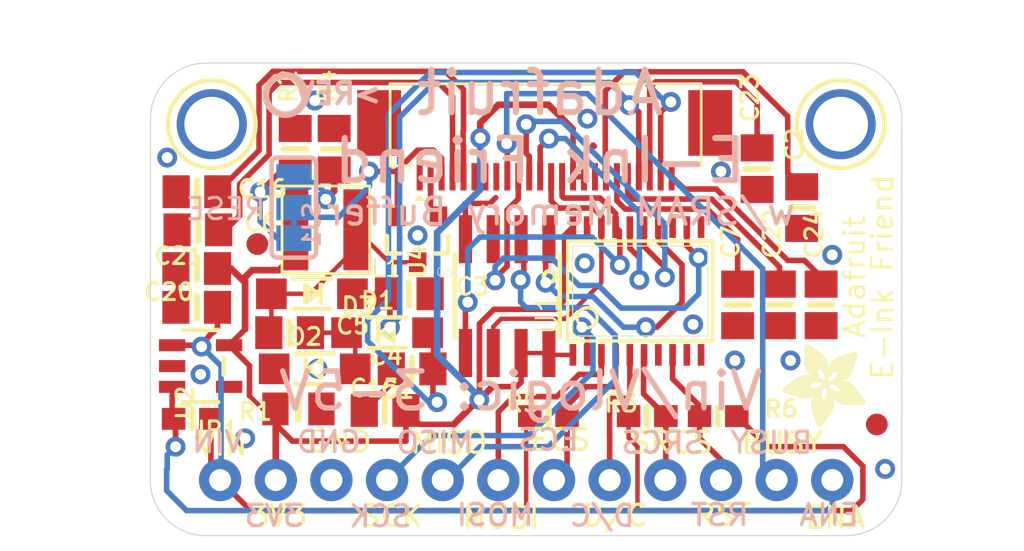
<source format=kicad_pcb>
(kicad_pcb (version 20171130) (host pcbnew 5.1.6-c6e7f7d~87~ubuntu18.04.1)
  (layers (0 Top signal) (31 Bottom signal) (34 B.Paste user) (35 F.Paste user) (36 B.SilkS user) (37 F.SilkS user) (38 B.Mask user) (39 F.Mask user) (44 Edge.Cuts user))
  (net 0 "")
  (net 1 GND)
  (net 2 3.3V)
  (net 3 VIN)
  (net 4 "Net-(C16-Pad2)")
  (net 5 "Net-(U2-Pad4)")
  (net 6 /ENABLE)
  (net 7 /MOSI_3V)
  (net 8 /SCLK_3V)
  (net 9 "Net-(U4-Pad3)")
  (net 10 /SRAMCS_3V)
  (net 11 /MISO)
  (net 12 /SRAMCS)
  (net 13 "Net-(C2-Pad2)")
  (net 14 "Net-(C22-Pad2)")
  (net 15 "Net-(C23-Pad2)")
  (net 16 "Net-(C24-Pad2)")
  (net 17 /VGH)
  (net 18 /VGL)
  (net 19 "Net-(C5-Pad2)")
  (net 20 "Net-(C5-Pad1)")
  (net 21 "Net-(R4-Pad1)")
  (net 22 /RESE)
  (net 23 /GDR)
  (net 24 /DISPCS)
  (net 25 /RESET)
  (net 26 "Net-(C6-Pad2)")
  (net 27 "Net-(C7-Pad2)")
  (net 28 /DISPCS_3V)
  (net 29 /DC_3V)
  (net 30 "Net-(U1-Pad13)")
  (net 31 /RESET_3V)
  (net 32 "Net-(U1-Pad11)")
  (net 33 "Net-(U1-Pad9)")
  (net 34 "Net-(U1-Pad7)")
  (net 35 /DC)
  (net 36 /MOSI)
  (net 37 /SCLK)
  (net 38 /BUSY)
  (net 39 /TSDA)
  (net 40 /TSCL)
  (module "Adafruit eInk Breakout Friend:MOUNTINGHOLE_2.5_PLATED" (layer Top) (at 162.857223 97.0026)
    (fp_text reference U$3 hide)
    (fp_text value MOUNTINGHOLE2.5 hide)
    (pad P$1 thru_hole circle (at 0 0) (size 3.2 3.2) (drill 2.5) (layers *.Cu *.Mask))
  )
  (module "Adafruit eInk Breakout Friend:MOUNTINGHOLE_2.5_PLATED" (layer Top) (at 134.155223 97.0026)
    (fp_text reference U$4 hide)
    (fp_text value MOUNTINGHOLE2.5 hide)
    (pad P$1 thru_hole circle (at 0 0) (size 3.2 3.2) (drill 2.5) (layers *.Cu *.Mask))
  )
  (module "Adafruit eInk Breakout Friend:FIDUCIAL_1MM" (layer Top) (at 136.235223 102.4786 180)
    (fp_text reference FID2 hide)
    (fp_text value FIDUCIAL_1MM hide)
    (pad 1 smd roundrect (at 0 0 180) (size 1 1) (layers Top F.Mask) (roundrect_rratio 0.5))
  )
  (module "Adafruit eInk Breakout Friend:0805-NO" (layer Top) (at 142.068223 110.0796)
    (fp_text reference C15 (at -1.694 -0.5635) (layer F.SilkS) (effects (font (size 0.77216 0.77216) (thickness 0.138988)) (justify left bottom)))
    (fp_text value 10uF)
    (pad 2 smd rect (at 0.95 0) (size 1.24 1.5) (layers Top F.Paste F.Mask) (net 2 3.3V))
    (pad 1 smd rect (at -0.95 0) (size 1.24 1.5) (layers Top F.Paste F.Mask) (net 1 GND))
  )
  (module "Adafruit eInk Breakout Friend:0805-NO" (layer Top) (at 133.481223 100.0866)
    (fp_text reference C16 (at 1.778 0.3175) (layer F.SilkS) (effects (font (size 0.77216 0.77216) (thickness 0.138988)) (justify left bottom)))
    (fp_text value 1uF)
    (pad 2 smd rect (at 0.95 0) (size 1.24 1.5) (layers Top F.Paste F.Mask) (net 4 "Net-(C16-Pad2)"))
    (pad 1 smd rect (at -0.95 0) (size 1.24 1.5) (layers Top F.Paste F.Mask) (net 1 GND))
  )
  (module "Adafruit eInk Breakout Friend:SOT23-5" (layer Top) (at 133.647223 108.0516 270)
    (fp_text reference U2 (at 2.54 0.254 90) (layer F.SilkS) (effects (font (size 0.77216 0.77216) (thickness 0.138988)) (justify left bottom)))
    (fp_text value AP2112K-3.3)
    (pad 5 smd rect (at -0.95 -1.3001 270) (size 0.55 1.2) (layers Top F.Paste F.Mask) (net 2 3.3V))
    (pad 4 smd rect (at 0.95 -1.3001 270) (size 0.55 1.2) (layers Top F.Paste F.Mask) (net 5 "Net-(U2-Pad4)"))
    (pad 3 smd rect (at 0.95 1.3001 270) (size 0.55 1.2) (layers Top F.Paste F.Mask) (net 6 /ENABLE))
    (pad 2 smd rect (at 0 1.3001 270) (size 0.55 1.2) (layers Top F.Paste F.Mask) (net 1 GND))
    (pad 1 smd rect (at -0.95 1.3001 270) (size 0.55 1.2) (layers Top F.Paste F.Mask) (net 3 VIN))
  )
  (module "Adafruit eInk Breakout Friend:0805-NO" (layer Top) (at 133.468223 105.3676 180)
    (fp_text reference C20 (at 2.4765 0.254) (layer F.SilkS) (effects (font (size 0.77216 0.77216) (thickness 0.138988)) (justify left bottom)))
    (fp_text value 10µF)
    (pad 2 smd rect (at 0.95 0 180) (size 1.24 1.5) (layers Top F.Paste F.Mask) (net 1 GND))
    (pad 1 smd rect (at -0.95 0 180) (size 1.24 1.5) (layers Top F.Paste F.Mask) (net 3 VIN))
  )
  (module "Adafruit eInk Breakout Friend:0805-NO" (layer Top) (at 133.468223 103.5966 180)
    (fp_text reference C21 (at 2.032 0.127) (layer F.SilkS) (effects (font (size 0.77216 0.77216) (thickness 0.138988)) (justify left bottom)))
    (fp_text value 10µF)
    (pad 2 smd rect (at 0.95 0 180) (size 1.24 1.5) (layers Top F.Paste F.Mask) (net 1 GND))
    (pad 1 smd rect (at -0.95 0 180) (size 1.24 1.5) (layers Top F.Paste F.Mask) (net 2 3.3V))
  )
  (module "Adafruit eInk Breakout Friend:SOIC8_150MIL" (layer Top) (at 147.638223 104.8566 180)
    (fp_text reference U4 (at 3.643 0.717 90) (layer F.SilkS) (effects (font (size 0.77216 0.77216) (thickness 0.138988)) (justify left bottom)))
    (fp_text value 23K256-I/SN)
    (pad 5 smd rect (at 1.905 -2.6 180) (size 0.6 2.2) (layers Top F.Paste F.Mask) (net 7 /MOSI_3V))
    (pad 6 smd rect (at 0.635 -2.6 180) (size 0.6 2.2) (layers Top F.Paste F.Mask) (net 8 /SCLK_3V))
    (pad 8 smd rect (at -1.905 -2.6 180) (size 0.6 2.2) (layers Top F.Paste F.Mask) (net 2 3.3V))
    (pad 4 smd rect (at 1.905 2.6 180) (size 0.6 2.2) (layers Top F.Paste F.Mask) (net 1 GND))
    (pad 3 smd rect (at 0.635 2.6 180) (size 0.6 2.2) (layers Top F.Paste F.Mask) (net 9 "Net-(U4-Pad3)"))
    (pad 1 smd rect (at -1.905 2.6 180) (size 0.6 2.2) (layers Top F.Paste F.Mask) (net 10 /SRAMCS_3V))
    (pad 7 smd rect (at -0.635 -2.6 180) (size 0.6 2.2) (layers Top F.Paste F.Mask) (net 2 3.3V))
    (pad 2 smd rect (at -0.635 2.6 180) (size 0.6 2.2) (layers Top F.Paste F.Mask) (net 11 /MISO))
  )
  (module "Adafruit eInk Breakout Friend:0805_10MGAP" (layer Top) (at 138.112223 110.0086)
    (fp_text reference C1 (at 3.678 -0.4215) (layer F.SilkS) (effects (font (size 0.77216 0.77216) (thickness 0.138988)) (justify left bottom)))
    (fp_text value 1uF)
    (pad 2 smd rect (at 1.05 0) (size 1.2 1.5) (layers Top F.Paste F.Mask) (net 1 GND))
    (pad 1 smd rect (at -1.05 0) (size 1.2 1.5) (layers Top F.Paste F.Mask) (net 2 3.3V))
  )
  (module "Adafruit eInk Breakout Friend:FIDUCIAL_1MM" (layer Top) (at 164.508223 110.7186)
    (fp_text reference FID3 hide)
    (fp_text value FIDUCIAL_1MM hide)
    (pad 1 smd roundrect (at 0 0) (size 1 1) (layers Top F.Mask) (roundrect_rratio 0.5))
  )
  (module "Adafruit eInk Breakout Friend:0603-NO" (layer Top) (at 154.030723 110.3376 180)
    (fp_text reference R3 (at 2.032 0.127) (layer F.SilkS) (effects (font (size 0.77216 0.77216) (thickness 0.138988)) (justify left bottom)))
    (fp_text value 100K)
    (pad 2 smd rect (at 0.85 0 180) (size 1.075 1) (layers Top F.Paste F.Mask) (net 3 VIN))
    (pad 1 smd rect (at -0.85 0 180) (size 1.075 1) (layers Top F.Paste F.Mask) (net 12 /SRAMCS))
  )
  (module "Adafruit eInk Breakout Friend:PCBFEAT-REV-040" (layer Bottom) (at 137.520723 95.6691 180)
    (fp_text reference U$9 hide)
    (fp_text value "" hide)
    (fp_text user >REV (at -0.3556 -0.508 180) (layer B.SilkS) (effects (font (size 0.9652 0.9652) (thickness 0.2032)) (justify right bottom mirror)))
  )
  (module "Adafruit eInk Breakout Friend:0805-NO" (layer Top) (at 161.079223 100.8126 90)
    (fp_text reference C2 (at 2.032 0.127 90) (layer F.SilkS) (effects (font (size 0.77216 0.77216) (thickness 0.138988)) (justify left bottom)))
    (fp_text value 1uF)
    (pad 2 smd rect (at 0.95 0 90) (size 1.24 1.5) (layers Top F.Paste F.Mask) (net 13 "Net-(C2-Pad2)"))
    (pad 1 smd rect (at -0.95 0 90) (size 1.24 1.5) (layers Top F.Paste F.Mask) (net 1 GND))
  )
  (module "Adafruit eInk Breakout Friend:0805-NO" (layer Top) (at 160.063223 105.2576 90)
    (fp_text reference C22 (at 2.032 0.127 90) (layer F.SilkS) (effects (font (size 0.77216 0.77216) (thickness 0.138988)) (justify left bottom)))
    (fp_text value 1uF)
    (pad 2 smd rect (at 0.95 0 90) (size 1.24 1.5) (layers Top F.Paste F.Mask) (net 14 "Net-(C22-Pad2)"))
    (pad 1 smd rect (at -0.95 0 90) (size 1.24 1.5) (layers Top F.Paste F.Mask) (net 1 GND))
  )
  (module "Adafruit eInk Breakout Friend:0805-NO" (layer Top) (at 159.047223 99.0346 90)
    (fp_text reference C23 (at 2.032 0.127 90) (layer F.SilkS) (effects (font (size 0.77216 0.77216) (thickness 0.138988)) (justify left bottom)))
    (fp_text value 1uF)
    (pad 2 smd rect (at 0.95 0 90) (size 1.24 1.5) (layers Top F.Paste F.Mask) (net 15 "Net-(C23-Pad2)"))
    (pad 1 smd rect (at -0.95 0 90) (size 1.24 1.5) (layers Top F.Paste F.Mask) (net 1 GND))
  )
  (module "Adafruit eInk Breakout Friend:0805-NO" (layer Top) (at 161.968223 105.2576 90)
    (fp_text reference C24 (at 2.032 0.127 90) (layer F.SilkS) (effects (font (size 0.77216 0.77216) (thickness 0.138988)) (justify left bottom)))
    (fp_text value 1uF)
    (pad 2 smd rect (at 0.95 0 90) (size 1.24 1.5) (layers Top F.Paste F.Mask) (net 16 "Net-(C24-Pad2)"))
    (pad 1 smd rect (at -0.95 0 90) (size 1.24 1.5) (layers Top F.Paste F.Mask) (net 1 GND))
  )
  (module "Adafruit eInk Breakout Friend:0805-NO" (layer Top) (at 143.172223 104.7496)
    (fp_text reference C3 (at 2.032 0.127) (layer F.SilkS) (effects (font (size 0.77216 0.77216) (thickness 0.138988)) (justify left bottom)))
    (fp_text value 1uF)
    (pad 2 smd rect (at 0.95 0) (size 1.24 1.5) (layers Top F.Paste F.Mask) (net 1 GND))
    (pad 1 smd rect (at -0.95 0) (size 1.24 1.5) (layers Top F.Paste F.Mask) (net 17 /VGH))
  )
  (module "Adafruit eInk Breakout Friend:0805-NO" (layer Top) (at 143.299223 108.1786 180)
    (fp_text reference C4 (at 2.032 0.127) (layer F.SilkS) (effects (font (size 0.77216 0.77216) (thickness 0.138988)) (justify left bottom)))
    (fp_text value 1uF)
    (pad 2 smd rect (at 0.95 0 180) (size 1.24 1.5) (layers Top F.Paste F.Mask) (net 1 GND))
    (pad 1 smd rect (at -0.95 0 180) (size 1.24 1.5) (layers Top F.Paste F.Mask) (net 18 /VGL))
  )
  (module "Adafruit eInk Breakout Friend:SOD-123" (layer Top) (at 138.854223 108.1786)
    (fp_text reference D2 (at -1.27 -1.016) (layer F.SilkS) (effects (font (size 0.77216 0.77216) (thickness 0.138988)) (justify left bottom)))
    (fp_text value MBR0530)
    (pad A smd rect (at 1.85 0 90) (size 1.4 1.4) (layers Top F.Paste F.Mask) (net 19 "Net-(C5-Pad2)"))
    (pad C smd rect (at -1.85 0 90) (size 1.4 1.4) (layers Top F.Paste F.Mask) (net 1 GND))
  )
  (module "Adafruit eInk Breakout Friend:SOD-123" (layer Top) (at 142.156223 106.5276)
    (fp_text reference D1 (at -1.27 -1.016) (layer F.SilkS) (effects (font (size 0.77216 0.77216) (thickness 0.138988)) (justify left bottom)))
    (fp_text value MBR0530)
    (pad A smd rect (at 1.85 0 90) (size 1.4 1.4) (layers Top F.Paste F.Mask) (net 18 /VGL))
    (pad C smd rect (at -1.85 0 90) (size 1.4 1.4) (layers Top F.Paste F.Mask) (net 19 "Net-(C5-Pad2)"))
  )
  (module "Adafruit eInk Breakout Friend:0805-NO" (layer Top) (at 137.711223 106.5276)
    (fp_text reference C5 (at 2.032 0.127) (layer F.SilkS) (effects (font (size 0.77216 0.77216) (thickness 0.138988)) (justify left bottom)))
    (fp_text value 10uF)
    (pad 2 smd rect (at 0.95 0) (size 1.24 1.5) (layers Top F.Paste F.Mask) (net 19 "Net-(C5-Pad2)"))
    (pad 1 smd rect (at -0.95 0) (size 1.24 1.5) (layers Top F.Paste F.Mask) (net 20 "Net-(C5-Pad1)"))
  )
  (module "Adafruit eInk Breakout Friend:SOD-123" (layer Top) (at 138.727223 104.7496 180)
    (fp_text reference D3 (at -1.27 -1.016) (layer F.SilkS) (effects (font (size 0.77216 0.77216) (thickness 0.138988)) (justify left bottom)))
    (fp_text value MBR0530)
    (pad A smd rect (at 1.85 0 270) (size 1.4 1.4) (layers Top F.Paste F.Mask) (net 20 "Net-(C5-Pad1)"))
    (pad C smd rect (at -1.85 0 270) (size 1.4 1.4) (layers Top F.Paste F.Mask) (net 17 /VGH))
  )
  (module "Adafruit eInk Breakout Friend:INDUCTOR_4X4MM_NR401" (layer Top) (at 139.362223 101.8286 180)
    (fp_text reference L1 (at -2 -2.2) (layer F.SilkS) (effects (font (size 0.77216 0.77216) (thickness 0.092659)) (justify left bottom)))
    (fp_text value 10uH)
    (pad P$2 smd rect (at 1.4 0 180) (size 1.2 3.7) (layers Top F.Paste F.Mask) (net 2 3.3V))
    (pad P$1 smd rect (at -1.4 0 180) (size 1.2 3.7) (layers Top F.Paste F.Mask) (net 20 "Net-(C5-Pad1)"))
  )
  (module "Adafruit eInk Breakout Friend:0805-NO" (layer Top) (at 139.743223 98.1456 90)
    (fp_text reference R4 (at 2.032 0.127 90) (layer F.SilkS) (effects (font (size 0.77216 0.77216) (thickness 0.138988)) (justify left bottom)))
    (fp_text value "3 ohm")
    (pad 2 smd rect (at 0.95 0 90) (size 1.24 1.5) (layers Top F.Paste F.Mask) (net 1 GND))
    (pad 1 smd rect (at -0.95 0 90) (size 1.24 1.5) (layers Top F.Paste F.Mask) (net 21 "Net-(R4-Pad1)"))
  )
  (module "Adafruit eInk Breakout Friend:SOT23-3" (layer Top) (at 143.553223 102.2096 180)
    (fp_text reference Q5 (at -0.8255 -1.778) (layer F.SilkS) (effects (font (size 0.38608 0.38608) (thickness 0.030886)) (justify left bottom)))
    (fp_text value IRLML0100)
    (pad 3 smd rect (at 0 -1.1 180) (size 0.8 0.9) (layers Top F.Paste F.Mask) (net 20 "Net-(C5-Pad1)"))
    (pad 2 smd rect (at 0.95 1 180) (size 0.8 0.9) (layers Top F.Paste F.Mask) (net 22 /RESE))
    (pad 1 smd rect (at -0.95 1 180) (size 0.8 0.9) (layers Top F.Paste F.Mask) (net 23 /GDR))
  )
  (module "Adafruit eInk Breakout Friend:0603-NO" (layer Top) (at 149.522223 110.3376 180)
    (fp_text reference R5 (at 2.032 0.127) (layer F.SilkS) (effects (font (size 0.77216 0.77216) (thickness 0.138988)) (justify left bottom)))
    (fp_text value 100K)
    (pad 2 smd rect (at 0.85 0 180) (size 1.075 1) (layers Top F.Paste F.Mask) (net 3 VIN))
    (pad 1 smd rect (at -0.85 0 180) (size 1.075 1) (layers Top F.Paste F.Mask) (net 24 /DISPCS))
  )
  (module "Adafruit eInk Breakout Friend:0603-NO" (layer Top) (at 157.269223 110.3376)
    (fp_text reference R6 (at 2.032 0.127) (layer F.SilkS) (effects (font (size 0.77216 0.77216) (thickness 0.138988)) (justify left bottom)))
    (fp_text value 100K)
    (pad 2 smd rect (at 0.85 0) (size 1.075 1) (layers Top F.Paste F.Mask) (net 3 VIN))
    (pad 1 smd rect (at -0.85 0) (size 1.075 1) (layers Top F.Paste F.Mask) (net 25 /RESET))
  )
  (module "Adafruit eInk Breakout Friend:0603-NO" (layer Top) (at 133.266223 110.4646)
    (fp_text reference R1 (at 2.032 0.127) (layer F.SilkS) (effects (font (size 0.77216 0.77216) (thickness 0.138988)) (justify left bottom)))
    (fp_text value 100K)
    (pad 2 smd rect (at 0.85 0) (size 1.075 1) (layers Top F.Paste F.Mask) (net 3 VIN))
    (pad 1 smd rect (at -0.85 0) (size 1.075 1) (layers Top F.Paste F.Mask) (net 6 /ENABLE))
  )
  (module "Adafruit eInk Breakout Friend:0805-NO" (layer Top) (at 133.520223 101.8286)
    (fp_text reference C6 (at 2.032 0.127) (layer F.SilkS) (effects (font (size 0.77216 0.77216) (thickness 0.138988)) (justify left bottom)))
    (fp_text value 1uF)
    (pad 2 smd rect (at 0.95 0) (size 1.24 1.5) (layers Top F.Paste F.Mask) (net 26 "Net-(C6-Pad2)"))
    (pad 1 smd rect (at -0.95 0) (size 1.24 1.5) (layers Top F.Paste F.Mask) (net 1 GND))
  )
  (module "Adafruit eInk Breakout Friend:0805-NO" (layer Top) (at 158.158223 105.2576 90)
    (fp_text reference C7 (at 2.032 0.127 90) (layer F.SilkS) (effects (font (size 0.77216 0.77216) (thickness 0.138988)) (justify left bottom)))
    (fp_text value 1uF)
    (pad 2 smd rect (at 0.95 0 90) (size 1.24 1.5) (layers Top F.Paste F.Mask) (net 27 "Net-(C7-Pad2)"))
    (pad 1 smd rect (at -0.95 0 90) (size 1.24 1.5) (layers Top F.Paste F.Mask) (net 1 GND))
  )
  (module "Adafruit eInk Breakout Friend:TSSOP20" (layer Top) (at 153.713223 104.6226)
    (fp_text reference U1 (at -3.6956 2.0828 90) (layer F.SilkS) (effects (font (size 0.9652 0.9652) (thickness 0.09652)) (justify left bottom)))
    (fp_text value 74LCX245)
    (pad 20 smd rect (at -3.075 -2.9178) (size 0.3048 0.9906) (layers Top F.Paste F.Mask) (net 2 3.3V))
    (pad 19 smd rect (at -2.425 -2.9178) (size 0.3048 0.9906) (layers Top F.Paste F.Mask) (net 1 GND))
    (pad 18 smd rect (at -1.775 -2.9178) (size 0.3048 0.9906) (layers Top F.Paste F.Mask) (net 8 /SCLK_3V))
    (pad 17 smd rect (at -1.125 -2.9178) (size 0.3048 0.9906) (layers Top F.Paste F.Mask) (net 7 /MOSI_3V))
    (pad 16 smd rect (at -0.475 -2.9178) (size 0.3048 0.9906) (layers Top F.Paste F.Mask) (net 28 /DISPCS_3V))
    (pad 15 smd rect (at 0.175 -2.9178) (size 0.3048 0.9906) (layers Top F.Paste F.Mask) (net 29 /DC_3V))
    (pad 14 smd rect (at 0.825 -2.9178) (size 0.3048 0.9906) (layers Top F.Paste F.Mask) (net 10 /SRAMCS_3V))
    (pad 13 smd rect (at 1.475 -2.9178) (size 0.3048 0.9906) (layers Top F.Paste F.Mask) (net 30 "Net-(U1-Pad13)"))
    (pad 12 smd rect (at 2.125 -2.9178) (size 0.3048 0.9906) (layers Top F.Paste F.Mask) (net 31 /RESET_3V))
    (pad 11 smd rect (at 2.775 -2.9178) (size 0.3048 0.9906) (layers Top F.Paste F.Mask) (net 32 "Net-(U1-Pad11)"))
    (pad 10 smd rect (at 2.775 2.9178) (size 0.3048 0.9906) (layers Top F.Paste F.Mask) (net 1 GND))
    (pad 9 smd rect (at 2.125 2.9178) (size 0.3048 0.9906) (layers Top F.Paste F.Mask) (net 33 "Net-(U1-Pad9)"))
    (pad 8 smd rect (at 1.475 2.9178) (size 0.3048 0.9906) (layers Top F.Paste F.Mask) (net 25 /RESET))
    (pad 7 smd rect (at 0.825 2.9178) (size 0.3048 0.9906) (layers Top F.Paste F.Mask) (net 34 "Net-(U1-Pad7)"))
    (pad 6 smd rect (at 0.175 2.9178) (size 0.3048 0.9906) (layers Top F.Paste F.Mask) (net 12 /SRAMCS))
    (pad 5 smd rect (at -0.475 2.9178) (size 0.3048 0.9906) (layers Top F.Paste F.Mask) (net 35 /DC))
    (pad 4 smd rect (at -1.125 2.9178) (size 0.3048 0.9906) (layers Top F.Paste F.Mask) (net 24 /DISPCS))
    (pad 3 smd rect (at -1.775 2.9178) (size 0.3048 0.9906) (layers Top F.Paste F.Mask) (net 36 /MOSI))
    (pad 2 smd rect (at -2.425 2.9178) (size 0.3048 0.9906) (layers Top F.Paste F.Mask) (net 37 /SCLK))
    (pad 1 smd rect (at -3.075 2.9178) (size 0.3048 0.9906) (layers Top F.Paste F.Mask) (net 2 3.3V))
  )
  (module "Adafruit eInk Breakout Friend:EINK_24PIN" (layer Top) (at 149.395223 97.155)
    (fp_text reference EINK2 hide)
    (fp_text value EINK_24PIN_CONNECTOR hide)
    (pad 24 smd rect (at 5.75 2.25) (size 0.275 1.25) (layers Top F.Paste F.Mask) (net 16 "Net-(C24-Pad2)"))
    (pad 23 smd rect (at 5.25 2.25) (size 0.275 1.25) (layers Top F.Paste F.Mask) (net 18 /VGL))
    (pad 22 smd rect (at 4.75 2.25) (size 0.275 1.25) (layers Top F.Paste F.Mask) (net 15 "Net-(C23-Pad2)"))
    (pad 21 smd rect (at 4.25 2.25) (size 0.275 1.25) (layers Top F.Paste F.Mask) (net 17 /VGH))
    (pad 20 smd rect (at 3.75 2.25) (size 0.275 1.25) (layers Top F.Paste F.Mask) (net 14 "Net-(C22-Pad2)"))
    (pad 19 smd rect (at 3.25 2.25) (size 0.275 1.25) (layers Top F.Paste F.Mask) (net 27 "Net-(C7-Pad2)"))
    (pad 18 smd rect (at 2.75 2.25) (size 0.275 1.25) (layers Top F.Paste F.Mask) (net 13 "Net-(C2-Pad2)"))
    (pad 17 smd rect (at 2.25 2.25) (size 0.275 1.25) (layers Top F.Paste F.Mask) (net 1 GND))
    (pad 16 smd rect (at 1.75 2.25) (size 0.275 1.25) (layers Top F.Paste F.Mask) (net 2 3.3V))
    (pad 15 smd rect (at 1.25 2.25) (size 0.275 1.25) (layers Top F.Paste F.Mask) (net 2 3.3V))
    (pad 14 smd rect (at 0.75 2.25) (size 0.275 1.25) (layers Top F.Paste F.Mask) (net 7 /MOSI_3V))
    (pad 13 smd rect (at 0.25 2.25) (size 0.275 1.25) (layers Top F.Paste F.Mask) (net 8 /SCLK_3V))
    (pad 12 smd rect (at -0.25 2.25) (size 0.275 1.25) (layers Top F.Paste F.Mask) (net 28 /DISPCS_3V))
    (pad 11 smd rect (at -0.75 2.25) (size 0.275 1.25) (layers Top F.Paste F.Mask) (net 29 /DC_3V))
    (pad 10 smd rect (at -1.25 2.25) (size 0.275 1.25) (layers Top F.Paste F.Mask) (net 31 /RESET_3V))
    (pad 9 smd rect (at -1.75 2.25) (size 0.275 1.25) (layers Top F.Paste F.Mask) (net 38 /BUSY))
    (pad 8 smd rect (at -2.25 2.25) (size 0.275 1.25) (layers Top F.Paste F.Mask) (net 1 GND))
    (pad 7 smd rect (at -2.75 2.25) (size 0.275 1.25) (layers Top F.Paste F.Mask) (net 39 /TSDA))
    (pad 6 smd rect (at -3.25 2.25) (size 0.275 1.25) (layers Top F.Paste F.Mask) (net 40 /TSCL))
    (pad 5 smd rect (at -3.75 2.25) (size 0.275 1.25) (layers Top F.Paste F.Mask) (net 4 "Net-(C16-Pad2)"))
    (pad 4 smd rect (at -4.25 2.25) (size 0.275 1.25) (layers Top F.Paste F.Mask) (net 26 "Net-(C6-Pad2)"))
    (pad 3 smd rect (at -4.75 2.25) (size 0.275 1.25) (layers Top F.Paste F.Mask) (net 22 /RESE))
    (pad 2 smd rect (at -5.25 2.25) (size 0.275 1.25) (layers Top F.Paste F.Mask) (net 23 /GDR))
    (pad 1 smd rect (at -5.75 2.25) (size 0.275 1.25) (layers Top F.Paste F.Mask))
    (pad SPRT2 smd rect (at 7.51 -0.21 270) (size 3 2) (layers Top F.Paste F.Mask))
    (pad SPRT1 smd rect (at -7.6 -0.21 270) (size 3 2) (layers Top F.Paste F.Mask))
  )
  (module "Adafruit eInk Breakout Friend:1X12_ROUND_76MIL" (layer Top) (at 148.506223 113.2586)
    (fp_text reference JP1 (at -15.3162 -1.8288) (layer F.SilkS) (effects (font (size 0.77216 0.77216) (thickness 0.138988)) (justify left bottom)))
    (fp_text value HEADER-1X1276MIL)
    (pad 12 thru_hole circle (at 13.97 0 90) (size 1.9304 1.9304) (drill 1) (layers *.Cu *.Mask) (net 6 /ENABLE))
    (pad 11 thru_hole circle (at 11.43 0 90) (size 1.9304 1.9304) (drill 1) (layers *.Cu *.Mask) (net 38 /BUSY))
    (pad 10 thru_hole circle (at 8.89 0 90) (size 1.9304 1.9304) (drill 1) (layers *.Cu *.Mask) (net 25 /RESET))
    (pad 9 thru_hole circle (at 6.35 0 90) (size 1.9304 1.9304) (drill 1) (layers *.Cu *.Mask) (net 12 /SRAMCS))
    (pad 8 thru_hole circle (at 3.81 0 90) (size 1.9304 1.9304) (drill 1) (layers *.Cu *.Mask) (net 35 /DC))
    (pad 7 thru_hole circle (at 1.27 0 90) (size 1.9304 1.9304) (drill 1) (layers *.Cu *.Mask) (net 24 /DISPCS))
    (pad 6 thru_hole circle (at -1.27 0 90) (size 1.9304 1.9304) (drill 1) (layers *.Cu *.Mask) (net 36 /MOSI))
    (pad 5 thru_hole circle (at -3.81 0 90) (size 1.9304 1.9304) (drill 1) (layers *.Cu *.Mask) (net 11 /MISO))
    (pad 4 thru_hole circle (at -6.35 0 90) (size 1.9304 1.9304) (drill 1) (layers *.Cu *.Mask) (net 37 /SCLK))
    (pad 3 thru_hole circle (at -8.89 0 90) (size 1.9304 1.9304) (drill 1) (layers *.Cu *.Mask) (net 1 GND))
    (pad 2 thru_hole circle (at -11.43 0 90) (size 1.9304 1.9304) (drill 1) (layers *.Cu *.Mask) (net 2 3.3V))
    (pad 1 thru_hole circle (at -13.97 0 90) (size 1.9304 1.9304) (drill 1) (layers *.Cu *.Mask) (net 3 VIN))
  )
  (module "Adafruit eInk Breakout Friend:ADAFRUIT_3.5MM" (layer Top) (at 164.000223 107.0356 180)
    (fp_text reference U$2 hide)
    (fp_text value "" hide)
  )
  (module "Adafruit eInk Breakout Friend:0805-NO" (layer Top) (at 137.965223 98.1456 90)
    (fp_text reference R2 (at 2.032 0.127 90) (layer F.SilkS) (effects (font (size 0.77216 0.77216) (thickness 0.138988)) (justify left bottom)))
    (fp_text value 0.47ohm)
    (pad 2 smd rect (at 0.95 0 90) (size 1.24 1.5) (layers Top F.Paste F.Mask) (net 1 GND))
    (pad 1 smd rect (at -0.95 0 90) (size 1.24 1.5) (layers Top F.Paste F.Mask) (net 22 /RESE))
  )
  (module "Adafruit eInk Breakout Friend:SOLDERJUMPER_2WAY_OPEN_NOPASTE" (layer Bottom) (at 137.901723 100.8126 90)
    (fp_text reference SJ1 (at -1.905 1.27 90) (layer B.SilkS) (effects (font (size 0.77216 0.77216) (thickness 0.138988)) (justify right bottom mirror)))
    (fp_text value SOLDERJUMPER_2WAY)
    (pad 2 smd rect (at 0 0 90) (size 1.1684 1.6002) (layers Bottom B.Mask) (net 22 /RESE))
    (pad 3 smd rect (at 1.397 0 90) (size 1.1684 1.6002) (layers Bottom B.Mask) (net 21 "Net-(R4-Pad1)"))
    (pad 1 smd rect (at -1.397 0 90) (size 1.1684 1.6002) (layers Bottom B.Mask) (net 22 /RESE))
  )
  (gr_line (start 133.900729 94.2086) (end 163.111223 94.2086) (layer Edge.Cuts) (width 0.05))
  (gr_arc (start 163.111223 96.7486) (end 163.111223 94.2086) (angle 90) (layer Edge.Cuts) (width 0.05))
  (gr_line (start 165.651223 96.7486) (end 165.651223 113.2586) (layer Edge.Cuts) (width 0.05))
  (gr_arc (start 163.111223 113.2586) (end 165.651223 113.2586) (angle 90) (layer Edge.Cuts) (width 0.05))
  (gr_line (start 163.111223 115.7986) (end 133.890976 115.7986) (layer Edge.Cuts) (width 0.05))
  (gr_arc (start 133.890971 113.258598) (end 133.890976 115.7986) (angle 89.860003) (layer Edge.Cuts) (width 0.05))
  (gr_line (start 131.350977 113.264807) (end 131.36073 96.742394) (layer Edge.Cuts) (width 0.05))
  (gr_arc (start 133.897872 96.745744) (end 131.36073 96.742394) (angle 89.988862) (layer Edge.Cuts) (width 0.05))
  (gr_text VIN (at 133.374223 112.2066) (layer F.SilkS) (effects (font (size 0.9652 0.9652) (thickness 0.1524)) (justify left bottom)))
  (gr_text 3V3 (at 135.760223 115.4536) (layer F.SilkS) (effects (font (size 0.9652 0.9652) (thickness 0.1524)) (justify left bottom)))
  (gr_text GND (at 138.400223 112.0796) (layer F.SilkS) (effects (font (size 0.9652 0.9652) (thickness 0.1524)) (justify left bottom)))
  (gr_text MOSI (at 145.506223 115.5446) (layer F.SilkS) (effects (font (size 0.9652 0.9652) (thickness 0.1524)) (justify left bottom)))
  (gr_text MISO (at 143.132223 112.1156) (layer F.SilkS) (effects (font (size 0.9652 0.9652) (thickness 0.1524)) (justify left bottom)))
  (gr_text SCK (at 140.840223 115.4806) (layer F.SilkS) (effects (font (size 0.9652 0.9652) (thickness 0.1524)) (justify left bottom)))
  (gr_text ECS (at 148.587223 111.9886) (layer F.SilkS) (effects (font (size 0.9652 0.9652) (thickness 0.1524)) (justify left bottom)))
  (gr_text SRCS (at 153.159223 112.1156) (layer F.SilkS) (effects (font (size 0.9652 0.9652) (thickness 0.1524)) (justify left bottom)))
  (gr_text RST (at 156.080223 115.4176) (layer F.SilkS) (effects (font (size 0.9652 0.9652) (thickness 0.1524)) (justify left bottom)))
  (gr_text BUSY (at 158.231223 112.1156) (layer F.SilkS) (effects (font (size 0.9652 0.9652) (thickness 0.1524)) (justify left bottom)))
  (gr_text VIN (at 135.660223 112.0796) (layer B.SilkS) (effects (font (size 0.9652 0.9652) (thickness 0.1524)) (justify left bottom mirror)))
  (gr_text D/C (at 153.540223 115.4536) (layer B.SilkS) (effects (font (size 0.9652 0.9652) (thickness 0.1524)) (justify left bottom mirror)))
  (gr_text GND (at 141.067223 112.0796) (layer B.SilkS) (effects (font (size 0.9652 0.9652) (thickness 0.1524)) (justify left bottom mirror)))
  (gr_text MOSI (at 148.935223 115.4176) (layer B.SilkS) (effects (font (size 0.9652 0.9652) (thickness 0.1524)) (justify left bottom mirror)))
  (gr_text MISO (at 146.180223 112.1156) (layer B.SilkS) (effects (font (size 0.9652 0.9652) (thickness 0.1524)) (justify left bottom mirror)))
  (gr_text SCK (at 143.380223 115.4806) (layer B.SilkS) (effects (font (size 0.9652 0.9652) (thickness 0.1524)) (justify left bottom mirror)))
  (gr_text ECS (at 151.000223 111.9886) (layer B.SilkS) (effects (font (size 0.9652 0.9652) (thickness 0.1524)) (justify left bottom mirror)))
  (gr_text SRCS (at 156.715223 112.1156) (layer B.SilkS) (effects (font (size 0.9652 0.9652) (thickness 0.1524)) (justify left bottom mirror)))
  (gr_text RST (at 158.747223 115.4176) (layer B.SilkS) (effects (font (size 0.9652 0.9652) (thickness 0.1524)) (justify left bottom mirror)))
  (gr_text BUSY (at 161.660223 112.1156) (layer B.SilkS) (effects (font (size 0.9652 0.9652) (thickness 0.1524)) (justify left bottom mirror)))
  (gr_text 3V3 (at 138.427223 115.4536) (layer B.SilkS) (effects (font (size 0.9652 0.9652) (thickness 0.1524)) (justify left bottom mirror)))
  (gr_text D/C (at 151.000223 115.4536) (layer F.SilkS) (effects (font (size 0.9652 0.9652) (thickness 0.1524)) (justify left bottom)))
  (gr_text ENA (at 163.792223 115.4176) (layer B.SilkS) (effects (font (size 0.9652 0.9652) (thickness 0.1524)) (justify left bottom mirror)))
  (gr_text ENA (at 161.160223 115.5446) (layer F.SilkS) (effects (font (size 0.9652 0.9652) (thickness 0.1524)) (justify left bottom)))
  (gr_text "E-Ink Friend" (at 164.762223 103.9876 90) (layer F.SilkS) (effects (font (size 0.9652 0.9652) (thickness 0.12192))))
  (gr_text Adafruit (at 163.492223 103.9876 90) (layer F.SilkS) (effects (font (size 0.9652 0.9652) (thickness 0.12192))))
  (gr_text "Adafruit\nE-Ink Friend" (at 149.141223 97.1296) (layer B.SilkS) (effects (font (size 1.9304 1.9304) (thickness 0.28448)) (justify mirror)))
  (gr_text "Vin/Vlogic: 3-5V" (at 148.252223 109.1946) (layer B.SilkS) (effects (font (size 1.6891 1.6891) (thickness 0.24892)) (justify mirror)))
  (gr_text "w/SRAM Memory Buffer" (at 150.093723 101.0031) (layer B.SilkS) (effects (font (size 1.2065 1.2065) (thickness 0.1778)) (justify mirror)))
  (gr_text "" (at 134.536223 102.4001) (layer B.SilkS) (effects (font (size 0.9652 0.9652) (thickness 0.14224)) (justify mirror)))
  (gr_text RESE (at 134.790223 100.8761) (layer B.SilkS) (effects (font (size 0.9652 0.9652) (thickness 0.14224)) (justify mirror)))
  (gr_text "" (at 135.742723 99.3521) (layer B.SilkS) (effects (font (size 0.9652 0.9652) (thickness 0.14224)) (justify mirror)))
  (via (at 157.396223 99.1616) (size 0.9064) (drill 0.5) (layers Top Bottom) (net 1))
  (via (at 162.476223 102.9716) (size 0.9064) (drill 0.5) (layers Top Bottom) (net 1))
  (via (at 158.031223 107.7976) (size 0.9064) (drill 0.5) (layers Top Bottom) (net 1))
  (via (at 156.126223 106.1466) (size 0.9064) (drill 0.5) (layers Top Bottom) (net 1))
  (via (at 138.981223 108.1786) (size 0.9064) (drill 0.5) (layers Top Bottom) (net 1))
  (via (at 133.647223 108.4326) (size 0.9064) (drill 0.5) (layers Top Bottom) (net 1))
  (segment (start 132.518223 103.5966) (end 132.518223 105.3676) (width 0.254) (layer Top) (net 1))
  (via (at 132.123223 98.5266) (size 0.9064) (drill 0.5) (layers Top Bottom) (net 1))
  (segment (start 142.349223 108.1786) (end 142.349223 108.8486) (width 0.254) (layer Top) (net 1))
  (segment (start 142.349223 108.8486) (end 141.118223 110.0796) (width 0.254) (layer Top) (net 1))
  (via (at 143.553223 102.0826) (size 0.9064) (drill 0.5) (layers Top Bottom) (net 1))
  (via (at 151.300223 96.7486) (size 0.9064) (drill 0.5) (layers Top Bottom) (net 1))
  (via (at 151.173223 103.3526) (size 0.9064) (drill 0.5) (layers Top Bottom) (net 1))
  (segment (start 146.855223 100.6221) (end 145.712223 100.6221) (width 0.254) (layer Top) (net 1))
  (segment (start 145.712223 100.6221) (end 145.733223 100.6431) (width 0.254) (layer Top) (net 1))
  (segment (start 145.733223 100.6431) (end 145.733223 102.2566) (width 0.254) (layer Top) (net 1))
  (segment (start 147.115723 100.3616) (end 146.855223 100.6221) (width 0.254) (layer Top) (net 1))
  (segment (start 151.615723 98.0166) (end 151.554223 97.9551) (width 0.254) (layer Top) (net 1))
  (via (at 160.571223 107.7976) (size 0.9064) (drill 0.5) (layers Top Bottom) (net 1))
  (via (at 135.679223 111.3536) (size 0.9064) (drill 0.5) (layers Top Bottom) (net 1))
  (via (at 164.889223 112.7506) (size 0.9064) (drill 0.5) (layers Top Bottom) (net 1))
  (via (at 138.854223 95.9231) (size 0.9064) (drill 0.5) (layers Top Bottom) (net 1))
  (segment (start 135.877523 109.413375) (end 135.877523 108.0318) (width 0.254) (layer Top) (net 2))
  (segment (start 135.877523 108.0318) (end 134.947323 107.1016) (width 0.254) (layer Top) (net 2))
  (segment (start 148.273223 107.4566) (end 149.543223 107.4566) (width 0.2032) (layer Top) (net 2))
  (segment (start 150.638223 107.5404) (end 149.627023 107.5404) (width 0.2032) (layer Top) (net 2))
  (segment (start 149.543223 107.4566) (end 149.627023 107.5404) (width 0.2032) (layer Top) (net 2))
  (segment (start 137.062223 110.0086) (end 136.472748 110.0086) (width 0.2032) (layer Top) (net 2))
  (segment (start 136.472748 110.0086) (end 135.877523 109.413375) (width 0.2032) (layer Top) (net 2))
  (segment (start 145.196641 110.7146) (end 143.653223 110.7146) (width 0.254) (layer Top) (net 2))
  (segment (start 143.653223 110.7146) (end 143.018223 110.0796) (width 0.254) (layer Top) (net 2))
  (segment (start 148.074423 108.9914) (end 146.919841 108.9914) (width 0.254) (layer Top) (net 2))
  (segment (start 148.273223 108.7926) (end 148.273223 107.4566) (width 0.254) (layer Top) (net 2))
  (segment (start 148.074423 108.9914) (end 148.273223 108.7926) (width 0.254) (layer Top) (net 2))
  (segment (start 137.062223 110.0086) (end 137.062223 110.7046) (width 0.254) (layer Top) (net 2))
  (segment (start 137.062223 110.7046) (end 137.838223 111.4806) (width 0.254) (layer Top) (net 2))
  (segment (start 143.018223 111.4806) (end 137.838223 111.4806) (width 0.254) (layer Top) (net 2))
  (segment (start 143.018223 110.0796) (end 143.018223 111.4806) (width 0.254) (layer Top) (net 2))
  (segment (start 150.257223 105.0306) (end 149.827023 105.4608) (width 0.254) (layer Top) (net 2))
  (segment (start 147.033023 105.4608) (end 146.373023 106.1208) (width 0.254) (layer Top) (net 2))
  (segment (start 146.373023 106.1208) (end 146.373023 109.201375) (width 0.254) (layer Top) (net 2))
  (segment (start 150.638223 101.7048) (end 150.257223 102.0858) (width 0.254) (layer Top) (net 2))
  (segment (start 150.257223 102.0858) (end 150.257223 105.0306) (width 0.254) (layer Top) (net 2))
  (segment (start 149.827023 105.4608) (end 147.033023 105.4608) (width 0.254) (layer Top) (net 2))
  (segment (start 135.679223 106.3697) (end 134.947323 107.1016) (width 0.254) (layer Top) (net 2))
  (segment (start 150.491423 97.083619) (end 150.627223 97.219419) (width 0.3048) (layer Top) (net 2))
  (segment (start 150.491423 97.083619) (end 150.491423 97.0828) (width 0.3048) (layer Top) (net 2))
  (segment (start 150.491423 97.0828) (end 149.522223 96.1136) (width 0.3048) (layer Top) (net 2))
  (segment (start 149.522223 96.1136) (end 147.236223 96.1136) (width 0.3048) (layer Top) (net 2))
  (segment (start 146.410623 96.9392) (end 146.410623 97.6376) (width 0.3048) (layer Top) (net 2))
  (via (at 146.410623 97.6376) (size 0.9064) (drill 0.5) (layers Top Bottom) (net 2))
  (segment (start 146.410623 97.6376) (end 146.410623 99.9872) (width 0.3048) (layer Bottom) (net 2))
  (segment (start 146.410623 99.9872) (end 144.442223 101.9556) (width 0.3048) (layer Bottom) (net 2))
  (segment (start 144.442223 101.9556) (end 144.442223 107.5436) (width 0.3048) (layer Bottom) (net 2))
  (segment (start 146.364773 109.46615) (end 146.364773 109.59315) (width 0.3048) (layer Bottom) (net 2))
  (segment (start 146.364773 109.46615) (end 144.442223 107.5436) (width 0.3048) (layer Bottom) (net 2))
  (via (at 146.364773 109.59315) (size 0.9064) (drill 0.5) (layers Top Bottom) (net 2))
  (segment (start 147.236223 96.1136) (end 146.410623 96.9392) (width 0.3048) (layer Top) (net 2))
  (segment (start 145.196641 110.7146) (end 146.318091 109.59315) (width 0.3048) (layer Top) (net 2))
  (segment (start 146.364773 109.59315) (end 146.318091 109.59315) (width 0.3048) (layer Top) (net 2))
  (segment (start 146.373023 109.201375) (end 146.364773 109.209625) (width 0.3048) (layer Top) (net 2))
  (segment (start 146.364773 109.209625) (end 146.364773 109.59315) (width 0.3048) (layer Top) (net 2))
  (segment (start 146.919841 108.9914) (end 146.919841 109.038082) (width 0.3048) (layer Top) (net 2))
  (segment (start 146.919841 109.038082) (end 146.364773 109.59315) (width 0.3048) (layer Top) (net 2))
  (segment (start 135.679223 106.3697) (end 135.679223 104.2416) (width 0.3048) (layer Top) (net 2))
  (segment (start 137.076223 113.2586) (end 137.076223 110.0226) (width 0.3048) (layer Top) (net 2))
  (segment (start 137.076223 110.0226) (end 137.062223 110.0086) (width 0.3048) (layer Top) (net 2))
  (segment (start 135.679223 104.2416) (end 135.034223 103.5966) (width 0.3048) (layer Top) (net 2))
  (segment (start 135.034223 103.5966) (end 134.418223 103.5966) (width 0.3048) (layer Top) (net 2))
  (segment (start 135.679223 104.2416) (end 135.679223 103.9876) (width 0.3048) (layer Top) (net 2))
  (segment (start 135.996723 103.6701) (end 135.679223 103.9876) (width 0.3048) (layer Top) (net 2))
  (segment (start 137.227123 103.6701) (end 135.996723 103.6701) (width 0.3048) (layer Top) (net 2))
  (segment (start 137.227123 103.6701) (end 137.962223 102.935) (width 0.3048) (layer Top) (net 2))
  (segment (start 137.962223 102.935) (end 137.962223 101.8286) (width 0.3048) (layer Top) (net 2))
  (segment (start 150.627223 97.219419) (end 150.645223 97.237419) (width 0.254) (layer Top) (net 2))
  (segment (start 150.645223 97.237419) (end 150.645223 99.405) (width 0.254) (layer Top) (net 2))
  (segment (start 151.145223 99.405) (end 150.645223 99.405) (width 0.254) (layer Top) (net 2))
  (segment (start 142.222223 104.7496) (end 140.577223 104.7496) (width 0.2032) (layer Top) (net 17))
  (via (at 153.205223 96.135) (size 0.9064) (drill 0.5) (layers Top Bottom) (net 17))
  (segment (start 153.332223 96.135) (end 153.205223 96.135) (width 0.254) (layer Top) (net 17))
  (segment (start 153.205223 96.135) (end 153.205223 95.9866) (width 0.254) (layer Bottom) (net 17))
  (segment (start 153.205223 95.9866) (end 152.316223 95.0976) (width 0.254) (layer Bottom) (net 17))
  (segment (start 142.283223 104.8106) (end 142.222223 104.7496) (width 0.254) (layer Top) (net 17))
  (segment (start 142.283223 104.8106) (end 142.283223 106.2736) (width 0.254) (layer Top) (net 17))
  (via (at 142.283223 106.2736) (size 0.9064) (drill 0.5) (layers Top Bottom) (net 17))
  (segment (start 142.727723 96.6851) (end 142.727723 105.8291) (width 0.254) (layer Bottom) (net 17))
  (segment (start 142.727723 105.8291) (end 142.283223 106.2736) (width 0.254) (layer Bottom) (net 17))
  (segment (start 142.727723 96.6851) (end 144.315223 95.0976) (width 0.254) (layer Bottom) (net 17))
  (segment (start 152.316223 95.0976) (end 144.315223 95.0976) (width 0.254) (layer Bottom) (net 17))
  (segment (start 153.645223 99.405) (end 153.645223 96.448) (width 0.254) (layer Top) (net 17))
  (segment (start 153.645223 96.448) (end 153.332223 96.135) (width 0.254) (layer Top) (net 17))
  (via (at 155.110223 95.9866) (size 0.9064) (drill 0.5) (layers Top Bottom) (net 18))
  (segment (start 155.110223 95.9866) (end 154.856223 95.9866) (width 0.254) (layer Bottom) (net 18))
  (segment (start 154.856223 95.9866) (end 153.510023 94.6404) (width 0.254) (layer Bottom) (net 18))
  (segment (start 144.249223 106.7706) (end 144.249223 108.1786) (width 0.2032) (layer Top) (net 18))
  (segment (start 144.249223 106.7706) (end 144.006223 106.5276) (width 0.2032) (layer Top) (net 18))
  (segment (start 144.249223 108.1786) (end 144.249223 109.5096) (width 0.254) (layer Top) (net 18))
  (segment (start 144.442223 109.7026) (end 144.249223 109.5096) (width 0.254) (layer Top) (net 18))
  (via (at 144.442223 109.7026) (size 0.9064) (drill 0.5) (layers Top Bottom) (net 18))
  (segment (start 144.442223 109.7026) (end 144.061223 109.7026) (width 0.254) (layer Bottom) (net 18))
  (segment (start 144.061223 109.7026) (end 141.267223 106.9086) (width 0.254) (layer Bottom) (net 18))
  (segment (start 142.219723 96.546519) (end 142.219723 105.0036) (width 0.254) (layer Bottom) (net 18))
  (segment (start 142.219723 105.0036) (end 141.267223 105.9561) (width 0.254) (layer Bottom) (net 18))
  (segment (start 141.267223 105.9561) (end 141.267223 106.9086) (width 0.254) (layer Bottom) (net 18))
  (segment (start 142.219723 96.546519) (end 144.125841 94.6404) (width 0.254) (layer Bottom) (net 18))
  (segment (start 153.510023 94.6404) (end 144.125841 94.6404) (width 0.254) (layer Bottom) (net 18))
  (segment (start 154.645223 99.405) (end 154.645223 96.4516) (width 0.254) (layer Top) (net 18))
  (segment (start 154.645223 96.4516) (end 155.110223 95.9866) (width 0.254) (layer Top) (net 18))
  (segment (start 153.586223 114.6556) (end 148.506223 114.6556) (width 0.254) (layer Top) (net 3))
  (segment (start 148.672223 110.3376) (end 148.506223 110.5036) (width 0.254) (layer Top) (net 3))
  (segment (start 148.506223 110.5036) (end 148.506223 114.6556) (width 0.2032) (layer Top) (net 3))
  (segment (start 148.506223 114.6556) (end 135.933223 114.6556) (width 0.254) (layer Top) (net 3))
  (segment (start 132.347123 107.1016) (end 133.629923 107.1016) (width 0.254) (layer Top) (net 3))
  (segment (start 133.629923 107.1016) (end 133.690923 107.1626) (width 0.254) (layer Top) (net 3))
  (via (at 133.690923 107.1626) (size 0.9064) (drill 0.5) (layers Top Bottom) (net 3))
  (segment (start 133.690923 107.1626) (end 134.579923 108.0516) (width 0.254) (layer Bottom) (net 3))
  (segment (start 134.418223 105.3676) (end 134.418223 106.3133) (width 0.254) (layer Top) (net 3))
  (segment (start 134.418223 106.3133) (end 134.235123 106.4964) (width 0.254) (layer Top) (net 3))
  (segment (start 134.235123 106.4964) (end 134.210548 106.4964) (width 0.254) (layer Top) (net 3))
  (segment (start 134.210548 106.4964) (end 134.017123 106.689825) (width 0.254) (layer Top) (net 3))
  (segment (start 134.017123 106.689825) (end 134.017123 106.7144) (width 0.254) (layer Top) (net 3))
  (segment (start 134.017123 106.7144) (end 133.629923 107.1016) (width 0.254) (layer Top) (net 3))
  (segment (start 135.933223 114.6556) (end 134.536223 113.2586) (width 0.254) (layer Top) (net 3))
  (segment (start 134.579923 113.2149) (end 134.536223 113.2586) (width 0.254) (layer Bottom) (net 3))
  (segment (start 134.579923 108.0516) (end 134.579923 113.2149) (width 0.254) (layer Bottom) (net 3))
  (segment (start 134.116223 112.8386) (end 134.536223 113.2586) (width 0.254) (layer Top) (net 3))
  (segment (start 134.116223 110.4646) (end 134.116223 112.8386) (width 0.254) (layer Top) (net 3))
  (segment (start 153.180723 110.3376) (end 153.180723 111.3291) (width 0.2032) (layer Top) (net 3))
  (segment (start 153.586223 111.7346) (end 153.586223 114.6556) (width 0.2032) (layer Top) (net 3))
  (segment (start 153.180723 111.3291) (end 153.586223 111.7346) (width 0.2032) (layer Top) (net 3))
  (segment (start 162.984223 111.7346) (end 159.516223 111.7346) (width 0.254) (layer Top) (net 3))
  (segment (start 159.516223 111.7346) (end 158.119223 110.3376) (width 0.254) (layer Top) (net 3))
  (segment (start 163.873223 112.6236) (end 162.984223 111.7346) (width 0.254) (layer Top) (net 3))
  (segment (start 163.873223 112.6236) (end 163.873223 114.1476) (width 0.254) (layer Top) (net 3))
  (segment (start 163.873223 114.1476) (end 163.365223 114.6556) (width 0.254) (layer Top) (net 3))
  (segment (start 163.365223 114.6556) (end 153.586223 114.6556) (width 0.254) (layer Top) (net 3))
  (segment (start 147.003223 107.4566) (end 147.003223 106.2526) (width 0.2032) (layer Top) (net 8))
  (segment (start 150.284223 105.8926) (end 147.363223 105.8926) (width 0.2032) (layer Top) (net 8))
  (segment (start 151.938223 101.7048) (end 151.938223 104.2386) (width 0.2032) (layer Top) (net 8))
  (segment (start 147.363223 105.8926) (end 147.003223 106.2526) (width 0.2032) (layer Top) (net 8))
  (segment (start 151.938223 104.2386) (end 150.284223 105.8926) (width 0.2032) (layer Top) (net 8))
  (segment (start 149.973066 100.833) (end 149.986598 100.833) (width 0.254) (layer Top) (net 8))
  (segment (start 150.093723 100.833) (end 151.574623 100.833) (width 0.254) (layer Top) (net 8))
  (segment (start 151.938223 101.1966) (end 151.938223 101.7048) (width 0.254) (layer Top) (net 8))
  (segment (start 151.574623 100.833) (end 151.938223 101.1966) (width 0.254) (layer Top) (net 8))
  (segment (start 149.645223 99.405) (end 149.645223 100.505157) (width 0.254) (layer Top) (net 8))
  (segment (start 149.645223 100.505157) (end 149.966466 100.8264) (width 0.254) (layer Top) (net 8))
  (segment (start 149.979998 100.8264) (end 149.986598 100.833) (width 0.254) (layer Top) (net 8))
  (segment (start 149.986598 100.833) (end 150.093723 100.833) (width 0.254) (layer Top) (net 8))
  (segment (start 149.966466 100.8264) (end 149.979998 100.8264) (width 0.254) (layer Top) (net 8))
  (segment (start 150.225948 100.3758) (end 151.879423 100.3758) (width 0.254) (layer Top) (net 7))
  (segment (start 152.588223 101.0846) (end 152.588223 101.7048) (width 0.254) (layer Top) (net 7))
  (segment (start 152.588223 101.0846) (end 151.879423 100.3758) (width 0.254) (layer Top) (net 7))
  (segment (start 145.733223 107.4566) (end 145.733223 105.1306) (width 0.254) (layer Top) (net 7))
  (segment (start 145.839223 105.1306) (end 145.733223 105.1306) (width 0.254) (layer Top) (net 7))
  (via (at 145.839223 105.1306) (size 0.9064) (drill 0.5) (layers Top Bottom) (net 7))
  (segment (start 145.839223 102.7176) (end 145.839223 105.1306) (width 0.254) (layer Bottom) (net 7))
  (via (at 152.780216 103.435594) (size 0.9064) (drill 0.5) (layers Top Bottom) (net 7))
  (segment (start 152.588223 101.7048) (end 152.755623 101.8722) (width 0.254) (layer Top) (net 7))
  (segment (start 152.755623 101.8722) (end 152.755623 102.336875) (width 0.254) (layer Top) (net 7))
  (segment (start 152.755623 102.336875) (end 152.780216 102.361469) (width 0.254) (layer Top) (net 7))
  (segment (start 152.780216 102.361469) (end 152.780216 103.435594) (width 0.254) (layer Top) (net 7))
  (segment (start 146.400816 102.156007) (end 145.839223 102.7176) (width 0.254) (layer Bottom) (net 7))
  (segment (start 152.780216 103.435594) (end 151.500629 102.156007) (width 0.254) (layer Bottom) (net 7))
  (segment (start 151.500629 102.156007) (end 146.400816 102.156007) (width 0.254) (layer Bottom) (net 7))
  (segment (start 150.145223 99.405) (end 150.145223 100.295075) (width 0.254) (layer Top) (net 7))
  (segment (start 150.145223 100.295075) (end 150.225948 100.3758) (width 0.254) (layer Top) (net 7))
  (segment (start 153.238223 101.7048) (end 153.238223 102.6664) (width 0.254) (layer Top) (net 28))
  (segment (start 153.670423 104.1146) (end 153.670423 103.0986) (width 0.254) (layer Top) (net 28))
  (segment (start 153.670423 103.0986) (end 153.238223 102.6664) (width 0.254) (layer Top) (net 28))
  (via (at 153.670423 104.1146) (size 0.9064) (drill 0.5) (layers Top Bottom) (net 28))
  (segment (start 153.670423 101.035382) (end 153.670423 104.1146) (width 0.254) (layer Bottom) (net 28))
  (segment (start 150.295248 97.660207) (end 149.544829 97.660207) (width 0.254) (layer Bottom) (net 28))
  (via (at 149.544829 97.660207) (size 0.9064) (drill 0.5) (layers Top Bottom) (net 28))
  (segment (start 153.670423 101.035382) (end 150.295248 97.660207) (width 0.254) (layer Bottom) (net 28))
  (segment (start 149.145223 99.405) (end 149.145223 98.059813) (width 0.254) (layer Top) (net 28))
  (segment (start 149.145223 98.059813) (end 149.544829 97.660207) (width 0.254) (layer Top) (net 28))
  (segment (start 149.543223 102.2566) (end 149.395223 102.4046) (width 0.254) (layer Top) (net 10))
  (segment (start 149.395223 102.4046) (end 149.395223 104.2416) (width 0.254) (layer Top) (net 10))
  (via (at 149.395223 104.2416) (size 0.9064) (drill 0.5) (layers Top Bottom) (net 10))
  (segment (start 151.554223 104.8766) (end 150.030223 104.8766) (width 0.254) (layer Bottom) (net 10))
  (segment (start 150.030223 104.8766) (end 149.395223 104.2416) (width 0.254) (layer Bottom) (net 10))
  (segment (start 153.967223 106.2736) (end 152.951223 106.2736) (width 0.254) (layer Bottom) (net 10))
  (segment (start 152.951223 106.2736) (end 151.554223 104.8766) (width 0.254) (layer Bottom) (net 10))
  (via (at 153.967223 106.2736) (size 0.9064) (drill 0.5) (layers Top Bottom) (net 10))
  (segment (start 154.475223 106.2736) (end 153.967223 106.2736) (width 0.254) (layer Top) (net 10))
  (segment (start 154.475223 106.2736) (end 155.618223 105.1306) (width 0.254) (layer Top) (net 10))
  (segment (start 155.618223 103.4198) (end 155.618223 105.1306) (width 0.254) (layer Top) (net 10))
  (segment (start 155.618223 103.4198) (end 154.538223 102.3398) (width 0.254) (layer Top) (net 10))
  (segment (start 154.538223 102.3398) (end 154.538223 101.7048) (width 0.254) (layer Top) (net 10))
  (segment (start 155.838223 101.7048) (end 155.838223 102.5566) (width 0.254) (layer Top) (net 31))
  (segment (start 156.380223 103.0986) (end 155.838223 102.5566) (width 0.254) (layer Top) (net 31))
  (via (at 156.380223 103.0986) (size 0.9064) (drill 0.5) (layers Top Bottom) (net 31))
  (via (at 147.086616 104.137207) (size 0.9064) (drill 0.5) (layers Top Bottom) (net 31))
  (segment (start 147.467616 103.121207) (end 147.086616 103.502207) (width 0.254) (layer Bottom) (net 31))
  (segment (start 147.086616 103.502207) (end 147.086616 104.137207) (width 0.254) (layer Bottom) (net 31))
  (segment (start 155.723823 105.406) (end 152.845623 105.406) (width 0.254) (layer Bottom) (net 31))
  (segment (start 156.380223 104.7496) (end 155.723823 105.406) (width 0.254) (layer Bottom) (net 31))
  (segment (start 156.380223 103.0986) (end 156.380223 104.7496) (width 0.254) (layer Bottom) (net 31))
  (segment (start 147.633423 103.493375) (end 147.086616 104.040182) (width 0.254) (layer Top) (net 31))
  (segment (start 147.086616 104.040182) (end 147.086616 104.137207) (width 0.254) (layer Top) (net 31))
  (segment (start 147.633423 100.9304) (end 147.633423 103.493375) (width 0.254) (layer Top) (net 31))
  (segment (start 149.671829 103.121207) (end 147.467616 103.121207) (width 0.254) (layer Bottom) (net 31))
  (segment (start 152.845623 105.406) (end 151.808223 104.3686) (width 0.254) (layer Bottom) (net 31))
  (segment (start 150.919223 104.3686) (end 149.671829 103.121207) (width 0.254) (layer Bottom) (net 31))
  (segment (start 151.808223 104.3686) (end 150.919223 104.3686) (width 0.254) (layer Bottom) (net 31))
  (segment (start 148.145223 99.405) (end 148.145223 100.4186) (width 0.254) (layer Top) (net 31))
  (segment (start 148.145223 100.4186) (end 147.633423 100.9304) (width 0.254) (layer Top) (net 31))
  (segment (start 146.410723 111.7346) (end 149.522223 111.7346) (width 0.254) (layer Bottom) (net 11))
  (segment (start 149.522223 111.7346) (end 152.570223 108.6866) (width 0.254) (layer Bottom) (net 11))
  (segment (start 152.570223 106.6546) (end 151.300223 105.3846) (width 0.254) (layer Bottom) (net 11))
  (segment (start 151.300223 105.3846) (end 148.506223 105.3846) (width 0.254) (layer Bottom) (net 11))
  (segment (start 148.506223 105.3846) (end 148.252223 105.1306) (width 0.254) (layer Bottom) (net 11))
  (segment (start 148.252223 104.1146) (end 148.252223 105.1306) (width 0.254) (layer Bottom) (net 11))
  (via (at 148.252223 104.1146) (size 0.9064) (drill 0.5) (layers Top Bottom) (net 11))
  (segment (start 148.400223 103.9876) (end 148.379223 103.9876) (width 0.254) (layer Top) (net 11))
  (segment (start 148.379223 103.9876) (end 148.252223 104.1146) (width 0.254) (layer Top) (net 11))
  (segment (start 148.400223 102.3836) (end 148.273223 102.2566) (width 0.254) (layer Top) (net 11))
  (segment (start 148.400223 102.3836) (end 148.400223 103.9876) (width 0.254) (layer Top) (net 11))
  (segment (start 152.570223 108.6866) (end 152.570223 106.6546) (width 0.254) (layer Bottom) (net 11))
  (segment (start 144.696223 113.2586) (end 144.886723 113.2586) (width 0.254) (layer Bottom) (net 11))
  (segment (start 144.886723 113.2586) (end 146.410723 111.7346) (width 0.254) (layer Bottom) (net 11))
  (via (at 147.617223 97.8916) (size 0.9064) (drill 0.5) (layers Top Bottom) (net 38))
  (segment (start 147.617223 95.6056) (end 147.617223 97.8916) (width 0.254) (layer Bottom) (net 38))
  (segment (start 147.617223 95.6056) (end 151.300223 95.6056) (width 0.254) (layer Bottom) (net 38))
  (segment (start 151.300223 95.6056) (end 159.301223 103.6066) (width 0.254) (layer Bottom) (net 38))
  (segment (start 159.301223 103.6066) (end 159.301223 112.6236) (width 0.254) (layer Bottom) (net 38))
  (segment (start 159.301223 112.6236) (end 159.936223 113.2586) (width 0.254) (layer Bottom) (net 38))
  (segment (start 147.645223 99.405) (end 147.645223 97.9196) (width 0.254) (layer Top) (net 38))
  (segment (start 147.645223 97.9196) (end 147.617223 97.8916) (width 0.254) (layer Top) (net 38))
  (segment (start 155.188223 107.5404) (end 155.188223 108.6376) (width 0.254) (layer Top) (net 25))
  (segment (start 156.419223 110.3376) (end 156.419223 109.8686) (width 0.254) (layer Top) (net 25))
  (segment (start 156.419223 109.8686) (end 155.188223 108.6376) (width 0.254) (layer Top) (net 25))
  (segment (start 157.396223 112.3306) (end 156.419223 111.3536) (width 0.254) (layer Top) (net 25))
  (segment (start 156.419223 111.3536) (end 156.419223 110.3376) (width 0.254) (layer Top) (net 25))
  (segment (start 157.396223 112.3306) (end 157.396223 113.2586) (width 0.254) (layer Top) (net 25))
  (segment (start 151.554223 108.3056) (end 148.633223 111.2266) (width 0.254) (layer Bottom) (net 37))
  (segment (start 151.554223 108.3056) (end 151.554223 106.7816) (width 0.254) (layer Bottom) (net 37))
  (segment (start 151.554223 106.7816) (end 151.046223 106.2736) (width 0.254) (layer Bottom) (net 37))
  (via (at 151.046223 106.2736) (size 0.9064) (drill 0.5) (layers Top Bottom) (net 37))
  (segment (start 151.288223 106.2736) (end 151.046223 106.2736) (width 0.254) (layer Top) (net 37))
  (segment (start 151.288223 106.2736) (end 151.288223 107.5404) (width 0.254) (layer Top) (net 37))
  (segment (start 144.188223 111.2266) (end 142.156223 113.2586) (width 0.254) (layer Bottom) (net 37))
  (segment (start 148.633223 111.2266) (end 144.188223 111.2266) (width 0.254) (layer Bottom) (net 37))
  (segment (start 152.588223 107.5404) (end 152.588223 108.9914) (width 0.254) (layer Top) (net 24))
  (segment (start 152.588223 108.9914) (end 151.237841 108.9914) (width 0.254) (layer Top) (net 24))
  (segment (start 150.372223 109.857019) (end 150.372223 110.3376) (width 0.254) (layer Top) (net 24))
  (segment (start 151.237841 108.9914) (end 150.372223 109.857019) (width 0.254) (layer Top) (net 24))
  (segment (start 150.372223 112.6626) (end 149.776223 113.2586) (width 0.254) (layer Top) (net 24))
  (segment (start 150.372223 110.3376) (end 150.372223 112.6626) (width 0.254) (layer Top) (net 24))
  (segment (start 153.888223 107.5404) (end 153.864723 107.5639) (width 0.254) (layer Top) (net 12))
  (segment (start 153.864723 107.5639) (end 153.864723 109.3216) (width 0.254) (layer Top) (net 12))
  (segment (start 154.880723 110.3376) (end 153.864723 109.3216) (width 0.254) (layer Top) (net 12))
  (segment (start 154.880723 113.2341) (end 154.856223 113.2586) (width 0.254) (layer Top) (net 12))
  (segment (start 154.880723 110.3376) (end 154.880723 113.2341) (width 0.254) (layer Top) (net 12))
  (segment (start 144.145223 99.405) (end 144.145223 100.8516) (width 0.254) (layer Top) (net 23))
  (segment (start 144.145223 100.8516) (end 144.503223 101.2096) (width 0.254) (layer Top) (net 23))
  (segment (start 142.603223 99.19265) (end 142.603223 101.2096) (width 0.2032) (layer Top) (net 22))
  (segment (start 137.901723 100.8126) (end 138.346223 101.2571) (width 0.254) (layer Bottom) (net 22))
  (via (at 141.330723 99.1616) (size 0.9064) (drill 0.5) (layers Top Bottom) (net 22))
  (segment (start 141.352123 99.8387) (end 139.933723 101.2571) (width 0.254) (layer Bottom) (net 22))
  (segment (start 141.330723 99.1616) (end 141.352123 99.183) (width 0.254) (layer Bottom) (net 22))
  (segment (start 141.352123 99.183) (end 141.352123 99.8387) (width 0.254) (layer Bottom) (net 22))
  (segment (start 141.330723 99.1616) (end 141.394223 99.0981) (width 0.254) (layer Top) (net 22))
  (segment (start 137.965223 99.0956) (end 137.367204 99.0956) (width 0.254) (layer Top) (net 22))
  (segment (start 137.367204 99.0956) (end 136.363213 100.099591) (width 0.254) (layer Top) (net 22))
  (via (at 136.363213 100.099591) (size 0.9064) (drill 0.5) (layers Top Bottom) (net 22))
  (segment (start 137.901723 102.2096) (end 137.139723 102.2096) (width 0.254) (layer Bottom) (net 22))
  (segment (start 137.139723 102.2096) (end 136.363213 101.433091) (width 0.254) (layer Bottom) (net 22))
  (segment (start 136.363213 100.099591) (end 136.363213 101.433091) (width 0.254) (layer Bottom) (net 22))
  (segment (start 137.901723 100.8126) (end 137.901723 101.1301) (width 0.254) (layer Bottom) (net 22))
  (segment (start 137.901723 101.1301) (end 137.901723 102.2096) (width 0.254) (layer Bottom) (net 22))
  (segment (start 144.645223 99.405) (end 144.645223 98.565788) (width 0.254) (layer Top) (net 22))
  (segment (start 144.645223 98.565788) (end 144.270129 98.190694) (width 0.254) (layer Top) (net 22))
  (segment (start 139.933723 101.2571) (end 138.028723 101.2571) (width 0.254) (layer Bottom) (net 22))
  (segment (start 138.028723 101.2571) (end 137.901723 101.1301) (width 0.254) (layer Bottom) (net 22))
  (segment (start 141.330723 99.1616) (end 142.572173 99.1616) (width 0.254) (layer Top) (net 22))
  (segment (start 142.572173 99.1616) (end 142.603223 99.19265) (width 0.254) (layer Top) (net 22))
  (segment (start 144.270129 98.190694) (end 143.543079 98.190694) (width 0.254) (layer Top) (net 22))
  (segment (start 143.543079 98.190694) (end 142.572173 99.1616) (width 0.254) (layer Top) (net 22))
  (segment (start 136.314223 98.2036) (end 134.431223 100.0866) (width 0.254) (layer Top) (net 4))
  (segment (start 136.314223 95.2246) (end 136.314223 98.2036) (width 0.254) (layer Top) (net 4))
  (segment (start 136.949223 94.5896) (end 136.314223 95.2246) (width 0.254) (layer Top) (net 4))
  (segment (start 136.949223 94.5896) (end 144.823223 94.5896) (width 0.254) (layer Top) (net 4))
  (segment (start 144.823223 94.5896) (end 145.645223 95.4116) (width 0.254) (layer Top) (net 4))
  (segment (start 145.645223 95.4116) (end 145.645223 97.2951) (width 0.254) (layer Top) (net 4))
  (segment (start 145.645223 97.2951) (end 145.627223 97.3131) (width 0.254) (layer Top) (net 4))
  (segment (start 145.627223 97.3131) (end 145.627223 97.9621) (width 0.254) (layer Top) (net 4))
  (segment (start 145.627223 97.9621) (end 145.645223 97.9801) (width 0.254) (layer Top) (net 4))
  (segment (start 145.645223 97.9801) (end 145.645223 99.405) (width 0.254) (layer Top) (net 4))
  (segment (start 158.403879 94.6097) (end 152.987623 94.6097) (width 0.254) (layer Top) (net 13))
  (segment (start 160.444223 99.2276) (end 161.079223 99.8626) (width 0.254) (layer Top) (net 13))
  (segment (start 160.444223 96.650044) (end 158.403879 94.6097) (width 0.254) (layer Top) (net 13))
  (segment (start 160.444223 96.650044) (end 160.444223 99.2276) (width 0.254) (layer Top) (net 13))
  (segment (start 152.115723 95.4816) (end 152.987623 94.6097) (width 0.254) (layer Top) (net 13))
  (segment (start 152.145223 99.405) (end 152.115723 99.3501) (width 0.254) (layer Top) (net 13))
  (segment (start 152.115723 99.3501) (end 152.115723 95.4816) (width 0.254) (layer Top) (net 13))
  (segment (start 160.063223 104.3076) (end 160.063223 103.518544) (width 0.254) (layer Top) (net 14))
  (segment (start 156.966779 100.4221) (end 160.063223 103.518544) (width 0.254) (layer Top) (net 14))
  (segment (start 153.388748 100.4221) (end 156.966779 100.4221) (width 0.254) (layer Top) (net 14))
  (segment (start 153.145223 99.405) (end 153.145223 100.178575) (width 0.254) (layer Top) (net 14))
  (segment (start 153.145223 100.178575) (end 153.388748 100.4221) (width 0.254) (layer Top) (net 14))
  (segment (start 158.087498 95.0669) (end 154.416948 95.0669) (width 0.254) (layer Top) (net 15))
  (segment (start 159.047223 96.026625) (end 159.047223 98.0846) (width 0.254) (layer Top) (net 15))
  (segment (start 159.047223 96.026625) (end 158.087498 95.0669) (width 0.254) (layer Top) (net 15))
  (segment (start 154.145223 99.405) (end 154.145223 95.338625) (width 0.254) (layer Top) (net 15))
  (segment (start 154.145223 95.338625) (end 154.416948 95.0669) (width 0.254) (layer Top) (net 15))
  (segment (start 160.444223 103.2256) (end 161.206223 103.2256) (width 0.254) (layer Top) (net 16))
  (segment (start 161.206223 103.2256) (end 161.968223 103.9876) (width 0.254) (layer Top) (net 16))
  (segment (start 161.968223 103.9876) (end 161.968223 104.3076) (width 0.254) (layer Top) (net 16))
  (segment (start 155.145223 99.405) (end 155.730523 99.9649) (width 0.254) (layer Top) (net 16))
  (segment (start 155.730523 99.9649) (end 157.183523 99.9649) (width 0.254) (layer Top) (net 16))
  (segment (start 157.183523 99.9649) (end 160.444223 103.2256) (width 0.254) (layer Top) (net 16))
  (segment (start 154.834823 103.5404) (end 153.888223 102.5938) (width 0.254) (layer Top) (net 29))
  (segment (start 153.888223 102.5938) (end 153.888223 101.7048) (width 0.254) (layer Top) (net 29))
  (segment (start 154.834823 103.5404) (end 154.834823 103.9876) (width 0.254) (layer Top) (net 29))
  (via (at 154.834823 103.9876) (size 0.9064) (drill 0.5) (layers Top Bottom) (net 29))
  (segment (start 154.834823 101.5532) (end 154.834823 103.9876) (width 0.254) (layer Bottom) (net 29))
  (segment (start 150.157223 96.8756) (end 148.633223 96.8756) (width 0.254) (layer Bottom) (net 29))
  (segment (start 148.633223 96.8756) (end 148.506223 97.0026) (width 0.254) (layer Bottom) (net 29))
  (via (at 148.506223 97.0026) (size 0.9064) (drill 0.5) (layers Top Bottom) (net 29))
  (segment (start 154.834823 101.5532) (end 150.157223 96.8756) (width 0.254) (layer Bottom) (net 29))
  (segment (start 148.645223 99.405) (end 148.645223 98.4751) (width 0.254) (layer Top) (net 29))
  (segment (start 148.645223 98.4751) (end 148.506223 98.3361) (width 0.254) (layer Top) (net 29))
  (segment (start 148.506223 98.3361) (end 148.506223 97.0026) (width 0.254) (layer Top) (net 29))
  (segment (start 140.306223 106.5276) (end 138.661223 106.5276) (width 0.2032) (layer Top) (net 19))
  (segment (start 140.704223 106.9256) (end 140.306223 106.5276) (width 0.2032) (layer Top) (net 19))
  (segment (start 140.704223 106.9256) (end 140.704223 108.1786) (width 0.2032) (layer Top) (net 19))
  (segment (start 136.877223 104.7496) (end 136.877223 106.4116) (width 0.2032) (layer Top) (net 20))
  (segment (start 136.877223 106.4116) (end 136.761223 106.5276) (width 0.2032) (layer Top) (net 20))
  (segment (start 140.762223 102.6426) (end 138.655223 104.7496) (width 0.2032) (layer Top) (net 20))
  (segment (start 138.655223 104.7496) (end 136.877223 104.7496) (width 0.2032) (layer Top) (net 20))
  (segment (start 140.762223 101.8286) (end 140.762223 102.6426) (width 0.2032) (layer Top) (net 20))
  (segment (start 142.243223 103.3096) (end 140.762223 101.8286) (width 0.2032) (layer Top) (net 20))
  (segment (start 143.553223 103.3096) (end 142.243223 103.3096) (width 0.2032) (layer Top) (net 20))
  (segment (start 153.238223 107.5404) (end 153.238223 109.2886) (width 0.254) (layer Top) (net 35))
  (segment (start 153.238223 109.2886) (end 153.078223 109.4486) (width 0.254) (layer Top) (net 35))
  (segment (start 153.078223 109.4486) (end 152.443223 109.4486) (width 0.254) (layer Top) (net 35))
  (segment (start 152.313023 111.101375) (end 152.316223 111.104575) (width 0.254) (layer Top) (net 35))
  (segment (start 152.316223 111.104575) (end 152.316223 113.2586) (width 0.254) (layer Top) (net 35))
  (segment (start 152.313023 109.5788) (end 152.313023 111.101375) (width 0.254) (layer Top) (net 35))
  (segment (start 152.443223 109.4486) (end 152.313023 109.5788) (width 0.254) (layer Top) (net 35))
  (segment (start 147.236223 110.1471) (end 147.236223 112.1156) (width 0.254) (layer Top) (net 36))
  (segment (start 147.236223 112.1156) (end 147.236223 112.4331) (width 0.254) (layer Top) (net 36))
  (segment (start 150.919223 108.4326) (end 149.903223 109.4486) (width 0.254) (layer Top) (net 36))
  (segment (start 150.919223 108.4326) (end 151.938223 108.4326) (width 0.254) (layer Top) (net 36))
  (segment (start 151.938223 107.5404) (end 151.938223 108.4326) (width 0.254) (layer Top) (net 36))
  (segment (start 147.934723 109.4486) (end 147.236223 110.1471) (width 0.254) (layer Top) (net 36))
  (segment (start 147.934723 109.4486) (end 149.903223 109.4486) (width 0.254) (layer Top) (net 36))
  (segment (start 147.236223 112.4331) (end 147.236223 113.2586) (width 0.254) (layer Top) (net 36))
  (segment (start 132.347123 109.0016) (end 132.347123 110.3955) (width 0.254) (layer Top) (net 6))
  (segment (start 132.347123 110.3955) (end 132.416223 110.4646) (width 0.254) (layer Top) (net 6))
  (segment (start 132.097823 113.742569) (end 132.097823 112.774632) (width 0.254) (layer Bottom) (net 6))
  (segment (start 132.097823 112.774632) (end 132.123223 112.749232) (width 0.254) (layer Bottom) (net 6))
  (segment (start 133.010854 114.6556) (end 132.097823 113.742569) (width 0.254) (layer Bottom) (net 6))
  (segment (start 133.010854 114.6556) (end 162.222223 114.6556) (width 0.254) (layer Bottom) (net 6))
  (segment (start 132.123223 112.749232) (end 132.123223 112.1156) (width 0.254) (layer Bottom) (net 6))
  (segment (start 132.504223 111.7346) (end 132.123223 112.1156) (width 0.254) (layer Bottom) (net 6))
  (via (at 132.504223 111.7346) (size 0.9064) (drill 0.5) (layers Top Bottom) (net 6))
  (segment (start 132.504223 110.5526) (end 132.504223 111.7346) (width 0.254) (layer Top) (net 6))
  (segment (start 132.504223 110.5526) (end 132.416223 110.4646) (width 0.254) (layer Top) (net 6))
  (segment (start 162.222223 114.6556) (end 162.476223 114.4016) (width 0.254) (layer Bottom) (net 6))
  (segment (start 162.476223 114.4016) (end 162.476223 113.2586) (width 0.254) (layer Bottom) (net 6))
  (segment (start 137.214804 95.0976) (end 144.493023 95.0976) (width 0.254) (layer Top) (net 26))
  (segment (start 136.771423 95.540982) (end 136.771423 98.392982) (width 0.254) (layer Top) (net 26))
  (segment (start 137.214804 95.0976) (end 136.771423 95.540982) (width 0.254) (layer Top) (net 26))
  (segment (start 135.425223 99.739182) (end 135.425223 101.1936) (width 0.254) (layer Top) (net 26))
  (segment (start 135.425223 101.1936) (end 134.790223 101.8286) (width 0.254) (layer Top) (net 26))
  (segment (start 134.790223 101.8286) (end 134.470223 101.8286) (width 0.254) (layer Top) (net 26))
  (segment (start 136.771423 98.392982) (end 135.425223 99.739182) (width 0.254) (layer Top) (net 26))
  (segment (start 144.493023 95.0976) (end 145.145223 95.7498) (width 0.254) (layer Top) (net 26))
  (segment (start 145.145223 95.7498) (end 145.145223 99.405) (width 0.254) (layer Top) (net 26))
  (segment (start 155.513223 100.915125) (end 155.477398 100.8793) (width 0.254) (layer Top) (net 27))
  (segment (start 155.513223 100.915125) (end 155.549048 100.8793) (width 0.254) (layer Top) (net 27))
  (segment (start 155.549048 100.8793) (end 156.777398 100.8793) (width 0.254) (layer Top) (net 27))
  (segment (start 156.777398 100.8793) (end 158.158223 102.260125) (width 0.254) (layer Top) (net 27))
  (segment (start 158.158223 102.260125) (end 158.158223 104.3076) (width 0.254) (layer Top) (net 27))
  (segment (start 153.029504 100.8793) (end 155.477398 100.8793) (width 0.254) (layer Top) (net 27))
  (segment (start 152.645223 99.405) (end 152.645223 100.495019) (width 0.254) (layer Top) (net 27))
  (segment (start 152.645223 100.495019) (end 153.029504 100.8793) (width 0.254) (layer Top) (net 27))
  (via (at 139.362223 100.4316) (size 0.9064) (drill 0.5) (layers Top Bottom) (net 21))
  (segment (start 139.362223 100.4316) (end 139.362223 100.1776) (width 0.254) (layer Bottom) (net 21))
  (segment (start 139.362223 100.1776) (end 138.854223 99.6696) (width 0.254) (layer Bottom) (net 21))
  (segment (start 138.854223 99.6696) (end 138.155723 99.6696) (width 0.254) (layer Bottom) (net 21))
  (segment (start 138.155723 99.6696) (end 137.901723 99.4156) (width 0.254) (layer Bottom) (net 21))
  (segment (start 139.743223 99.0956) (end 139.743223 100.0506) (width 0.3048) (layer Top) (net 21))
  (segment (start 139.743223 100.0506) (end 139.362223 100.4316) (width 0.3048) (layer Top) (net 21))
)
</source>
